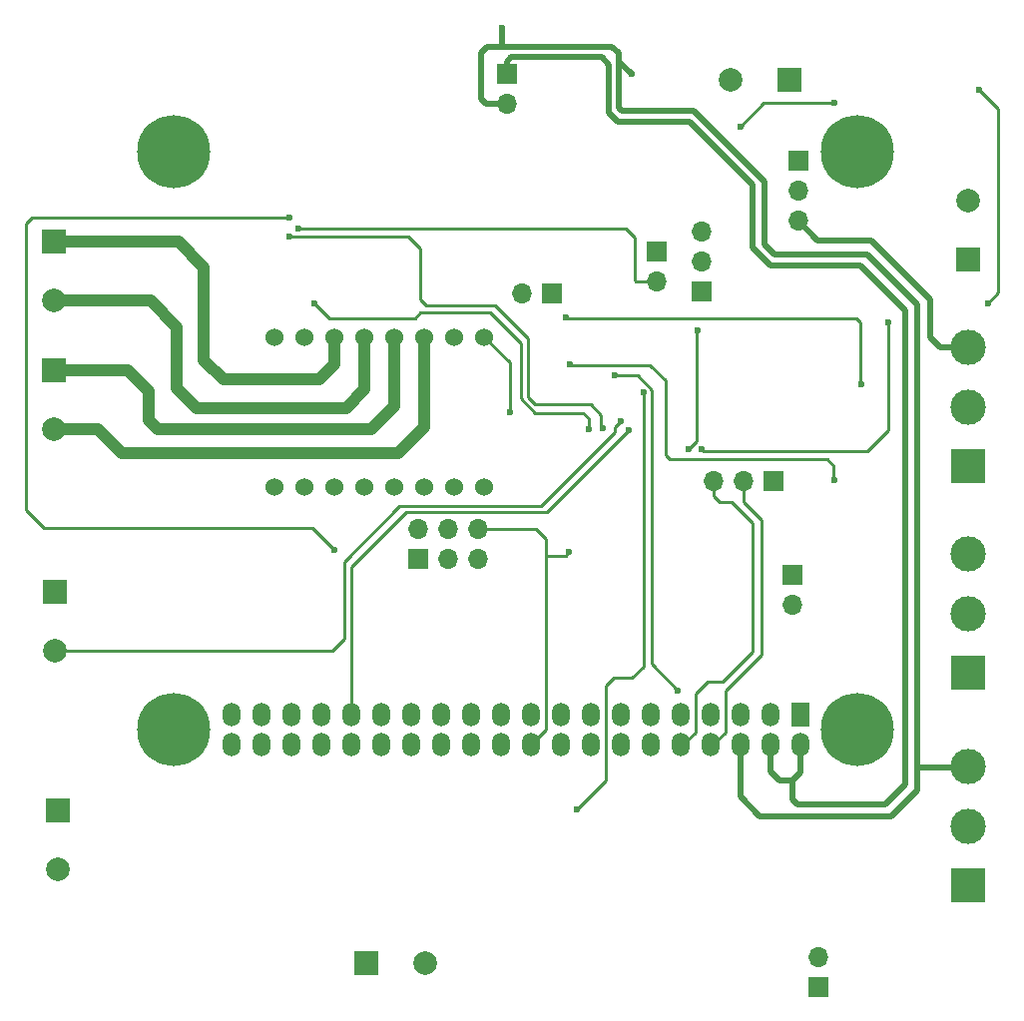
<source format=gbl>
G04 #@! TF.FileFunction,Copper,L2,Bot,Signal*
%FSLAX46Y46*%
G04 Gerber Fmt 4.6, Leading zero omitted, Abs format (unit mm)*
G04 Created by KiCad (PCBNEW 4.0.7-e2-6376~61~ubuntu18.04.1) date Wed Jan  8 20:26:52 2020*
%MOMM*%
%LPD*%
G01*
G04 APERTURE LIST*
%ADD10C,0.100000*%
%ADD11O,1.500000X2.000000*%
%ADD12R,1.500000X2.000000*%
%ADD13C,6.200000*%
%ADD14C,3.000000*%
%ADD15R,3.000000X3.000000*%
%ADD16C,2.000000*%
%ADD17R,2.000000X2.000000*%
%ADD18R,1.700000X1.700000*%
%ADD19O,1.700000X1.700000*%
%ADD20C,1.524000*%
%ADD21C,0.600000*%
%ADD22C,0.500000*%
%ADD23C,0.250000*%
%ADD24C,1.000000*%
G04 APERTURE END LIST*
D10*
D11*
X82550000Y-133900000D03*
X82550000Y-131360000D03*
X85090000Y-133900000D03*
X85090000Y-131360000D03*
X87630000Y-133900000D03*
X87630000Y-131360000D03*
X90170000Y-133900000D03*
X90170000Y-131360000D03*
X92710000Y-133900000D03*
X92710000Y-131360000D03*
X95250000Y-133900000D03*
X95250000Y-131360000D03*
X97790000Y-133900000D03*
X97790000Y-131360000D03*
X100330000Y-133900000D03*
X100330000Y-131360000D03*
X102870000Y-133900000D03*
X102870000Y-131360000D03*
X105410000Y-133900000D03*
X105410000Y-131360000D03*
X107950000Y-133900000D03*
X107950000Y-131360000D03*
X110490000Y-133900000D03*
X110490000Y-131360000D03*
X113030000Y-133900000D03*
X113030000Y-131360000D03*
X115570000Y-133900000D03*
X115570000Y-131360000D03*
X118110000Y-133900000D03*
X118110000Y-131360000D03*
X120650000Y-133900000D03*
X120650000Y-131360000D03*
X123190000Y-133900000D03*
X123190000Y-131360000D03*
X125730000Y-133900000D03*
X125730000Y-131360000D03*
X128270000Y-133900000D03*
X128270000Y-131360000D03*
X130810000Y-133900000D03*
D12*
X130810000Y-131360000D03*
D13*
X135680000Y-83630000D03*
X77680000Y-83630000D03*
X77680000Y-132630000D03*
X135680000Y-132630000D03*
D14*
X145034000Y-135796000D03*
X145034000Y-140796000D03*
D15*
X145034000Y-145796000D03*
D14*
X145034000Y-117762000D03*
X145034000Y-122762000D03*
D15*
X145034000Y-127762000D03*
D16*
X124921000Y-77470000D03*
D17*
X129921000Y-77470000D03*
D16*
X67524000Y-107173000D03*
D17*
X67524000Y-102173000D03*
D16*
X67524000Y-96251000D03*
D17*
X67524000Y-91251000D03*
D18*
X98425000Y-118110000D03*
D19*
X98425000Y-115570000D03*
X100965000Y-118110000D03*
X100965000Y-115570000D03*
X103505000Y-118110000D03*
X103505000Y-115570000D03*
D16*
X67818000Y-144446000D03*
D17*
X67818000Y-139446000D03*
D16*
X145034000Y-87710000D03*
D17*
X145034000Y-92710000D03*
D14*
X145034000Y-100236000D03*
X145034000Y-105236000D03*
D15*
X145034000Y-110236000D03*
D18*
X130643000Y-84393000D03*
D19*
X130643000Y-86933000D03*
X130643000Y-89473000D03*
D18*
X105918000Y-76962000D03*
D19*
X105918000Y-79502000D03*
D16*
X67564000Y-125904000D03*
D17*
X67564000Y-120904000D03*
D18*
X128524000Y-111506000D03*
D19*
X125984000Y-111506000D03*
X123444000Y-111506000D03*
D18*
X132334000Y-154432000D03*
D19*
X132334000Y-151892000D03*
D18*
X130135000Y-119508500D03*
D19*
X130135000Y-122048500D03*
D18*
X118618000Y-92075000D03*
D19*
X118618000Y-94615000D03*
D18*
X122478800Y-95465900D03*
D19*
X122478800Y-92925900D03*
X122478800Y-90385900D03*
D18*
X109728000Y-95631000D03*
D19*
X107188000Y-95631000D03*
D16*
X98990800Y-152465000D03*
D17*
X93990800Y-152465000D03*
D20*
X86233000Y-112014000D03*
X96393000Y-112014000D03*
X98933000Y-112014000D03*
X88773000Y-112014000D03*
X91313000Y-112014000D03*
X93853000Y-112014000D03*
X101473000Y-112014000D03*
X104013000Y-112014000D03*
X86233000Y-99314000D03*
X88773000Y-99314000D03*
X91313000Y-99314000D03*
X93853000Y-99314000D03*
X96393000Y-99314000D03*
X98933000Y-99314000D03*
X101473000Y-99314000D03*
X104013000Y-99314000D03*
D21*
X105522400Y-73090000D03*
X111212000Y-117540000D03*
X116520600Y-77027000D03*
X106167000Y-105664000D03*
X88199600Y-90082600D03*
X110958000Y-97677200D03*
X135951600Y-103366800D03*
X111288200Y-101665000D03*
X133665600Y-111444000D03*
X120446600Y-129282400D03*
X115033800Y-102583800D03*
X89598000Y-96442000D03*
X112898000Y-107142000D03*
X87503000Y-90805000D03*
X114046000Y-107061000D03*
X87463000Y-89193600D03*
X91247600Y-117362200D03*
X133698000Y-79442000D03*
X125698000Y-81442000D03*
X122098000Y-98742000D03*
X121298000Y-108842000D03*
X145991600Y-78335600D03*
X146698000Y-96442000D03*
X138298000Y-98042000D03*
X122398000Y-108842000D03*
X117485800Y-104001800D03*
X111872400Y-139358600D03*
X116216200Y-107264000D03*
X115580800Y-106465600D03*
D22*
X140716000Y-135802600D02*
X145027400Y-135802600D01*
X145027400Y-135802600D02*
X145034000Y-135796000D01*
X105522400Y-73090000D02*
X105522400Y-74676000D01*
D23*
X109243500Y-117857500D02*
X110894500Y-117857500D01*
X110894500Y-117857500D02*
X111212000Y-117540000D01*
X107950000Y-133900000D02*
X107996500Y-133900000D01*
X107996500Y-133900000D02*
X109243500Y-132653000D01*
X108353000Y-115570000D02*
X103505000Y-115570000D01*
X109243500Y-116460500D02*
X108353000Y-115570000D01*
X109243500Y-132653000D02*
X109243500Y-117857500D01*
X109243500Y-117857500D02*
X109243500Y-116460500D01*
D22*
X115443000Y-75949400D02*
X115443000Y-75311000D01*
X116520600Y-77027000D02*
X115443000Y-75949400D01*
X145034000Y-100236000D02*
X142676000Y-100236000D01*
X142676000Y-100236000D02*
X141819000Y-99379000D01*
X141819000Y-99379000D02*
X141819000Y-96127800D01*
X141819000Y-96127800D02*
X136815200Y-91124000D01*
X136815200Y-91124000D02*
X132294000Y-91124000D01*
X132294000Y-91124000D02*
X130643000Y-89473000D01*
X107950000Y-133900000D02*
X107950000Y-133890000D01*
D23*
X104013000Y-99314000D02*
X106167000Y-101468000D01*
X106167000Y-101468000D02*
X106167000Y-105664000D01*
D22*
X115443000Y-75311000D02*
X115380000Y-75247500D01*
X115380000Y-75247500D02*
X114820538Y-74688527D01*
X114820538Y-74688527D02*
X114808000Y-74676000D01*
X114808000Y-74676000D02*
X105522400Y-74676000D01*
X105522400Y-74676000D02*
X104267000Y-74676000D01*
X115443000Y-78297000D02*
X115443000Y-75311000D01*
X115697000Y-80137000D02*
X115443000Y-79883000D01*
X115443000Y-79883000D02*
X115443000Y-78297000D01*
X121793000Y-80137000D02*
X115697000Y-80137000D01*
X125730000Y-133900000D02*
X125730000Y-138303000D01*
X125730000Y-138303000D02*
X127381000Y-139954000D01*
X127381000Y-139954000D02*
X138557000Y-139954000D01*
X138557000Y-139954000D02*
X140716000Y-137795000D01*
X140716000Y-137795000D02*
X140716000Y-135802600D01*
X140716000Y-135802600D02*
X140716000Y-96520000D01*
X140716000Y-96520000D02*
X136525000Y-92329000D01*
X136525000Y-92329000D02*
X128651000Y-92329000D01*
X128651000Y-92329000D02*
X127762000Y-91440000D01*
X127762000Y-91440000D02*
X127762000Y-86106000D01*
X127762000Y-86106000D02*
X121793000Y-80137000D01*
X104140000Y-79502000D02*
X105918000Y-79502000D01*
X103759000Y-79121000D02*
X104140000Y-79502000D01*
X103759000Y-75184000D02*
X103759000Y-79121000D01*
X104267000Y-74676000D02*
X103759000Y-75184000D01*
D23*
X118618000Y-94615000D02*
X116887400Y-94615000D01*
X116012600Y-90082600D02*
X88199600Y-90082600D01*
X116800000Y-90870000D02*
X116012600Y-90082600D01*
X116800000Y-94527600D02*
X116800000Y-90870000D01*
X116887400Y-94615000D02*
X116800000Y-94527600D01*
X111008800Y-97728000D02*
X110958000Y-97677200D01*
X135570600Y-97728000D02*
X111008800Y-97728000D01*
X135926200Y-98083600D02*
X135570600Y-97728000D01*
X135926200Y-103341400D02*
X135926200Y-98083600D01*
X135951600Y-103366800D02*
X135926200Y-103341400D01*
X111313600Y-101690400D02*
X111288200Y-101665000D01*
X118070000Y-101690400D02*
X111313600Y-101690400D01*
X119365400Y-102985800D02*
X118070000Y-101690400D01*
X119365400Y-109361200D02*
X119365400Y-102985800D01*
X119721000Y-109716800D02*
X119365400Y-109361200D01*
X133081400Y-109716800D02*
X119721000Y-109716800D01*
X133640200Y-110275600D02*
X133081400Y-109716800D01*
X133640200Y-111418600D02*
X133640200Y-110275600D01*
X133665600Y-111444000D02*
X133640200Y-111418600D01*
X116999000Y-102583800D02*
X115033800Y-102583800D01*
X118229500Y-103814300D02*
X116999000Y-102583800D01*
X118229500Y-127065300D02*
X118229500Y-103814300D01*
X120446600Y-129282400D02*
X118229500Y-127065300D01*
X90898000Y-97742000D02*
X89598000Y-96442000D01*
X98098000Y-97742000D02*
X90898000Y-97742000D01*
X98598000Y-97242000D02*
X98098000Y-97742000D01*
X104498000Y-97242000D02*
X98598000Y-97242000D01*
X107098000Y-99842000D02*
X104498000Y-97242000D01*
X107098000Y-104542000D02*
X107098000Y-99842000D01*
X108298000Y-105742000D02*
X107098000Y-104542000D01*
X112398000Y-105742000D02*
X108298000Y-105742000D01*
X112898000Y-106242000D02*
X112398000Y-105742000D01*
X112898000Y-107142000D02*
X112898000Y-106242000D01*
X97536000Y-90805000D02*
X87503000Y-90805000D01*
X98552000Y-91821000D02*
X97536000Y-90805000D01*
X98552000Y-96139000D02*
X98552000Y-91821000D01*
X99060000Y-96647000D02*
X98552000Y-96139000D01*
X104902000Y-96647000D02*
X99060000Y-96647000D01*
X107696000Y-99441000D02*
X104902000Y-96647000D01*
X107696000Y-104394000D02*
X107696000Y-99441000D01*
X108331000Y-105029000D02*
X107696000Y-104394000D01*
X113030000Y-105029000D02*
X108331000Y-105029000D01*
X113919000Y-105918000D02*
X113030000Y-105029000D01*
X113919000Y-106934000D02*
X113919000Y-105918000D01*
X114046000Y-107061000D02*
X113919000Y-106934000D01*
X65619000Y-89193600D02*
X87463000Y-89193600D01*
X65111000Y-89701600D02*
X65619000Y-89193600D01*
X65111000Y-114009400D02*
X65111000Y-89701600D01*
X66660400Y-115558800D02*
X65111000Y-114009400D01*
X89444200Y-115558800D02*
X66660400Y-115558800D01*
X91247600Y-117362200D02*
X89444200Y-115558800D01*
X127698000Y-79442000D02*
X133698000Y-79442000D01*
X125698000Y-81442000D02*
X127698000Y-79442000D01*
X121998000Y-98842000D02*
X122098000Y-98742000D01*
X121998000Y-108142000D02*
X121998000Y-98842000D01*
X121298000Y-108842000D02*
X121998000Y-108142000D01*
X147598000Y-79942000D02*
X145991600Y-78335600D01*
X147598000Y-95542000D02*
X147598000Y-79942000D01*
X146698000Y-96442000D02*
X147598000Y-95542000D01*
X138298000Y-107242000D02*
X138298000Y-98042000D01*
X136498000Y-109042000D02*
X138298000Y-107242000D01*
X122598000Y-109042000D02*
X136498000Y-109042000D01*
X122398000Y-108842000D02*
X122598000Y-109042000D01*
X111872400Y-139358600D02*
X114310800Y-136920200D01*
X114310800Y-136920200D02*
X114310800Y-128919200D01*
X114310800Y-128919200D02*
X115022000Y-128208000D01*
X115022000Y-128208000D02*
X116546000Y-128208000D01*
X116546000Y-128208000D02*
X117485800Y-127268200D01*
X117485800Y-127268200D02*
X117485800Y-104001800D01*
X109291700Y-114188500D02*
X116216200Y-107264000D01*
X97339400Y-114188500D02*
X109291700Y-114188500D01*
X92710000Y-118817900D02*
X97339400Y-114188500D01*
X92710000Y-131360000D02*
X92710000Y-118817900D01*
X123444000Y-112776000D02*
X123444000Y-111506000D01*
X123952000Y-113284000D02*
X123444000Y-112776000D01*
X124968000Y-113284000D02*
X123952000Y-113284000D01*
X126746000Y-115062000D02*
X124968000Y-113284000D01*
X126746000Y-125984000D02*
X126746000Y-115062000D01*
X124206000Y-128524000D02*
X126746000Y-125984000D01*
X122936000Y-128524000D02*
X124206000Y-128524000D01*
X121920000Y-129540000D02*
X122936000Y-128524000D01*
X121920000Y-132842000D02*
X121920000Y-129540000D01*
X120862000Y-133900000D02*
X121920000Y-132842000D01*
X120650000Y-133900000D02*
X120862000Y-133900000D01*
X120650000Y-133900000D02*
X120650000Y-133858000D01*
X125984000Y-113284000D02*
X125984000Y-111506000D01*
X127508000Y-114808000D02*
X125984000Y-113284000D01*
X127508000Y-126238000D02*
X127508000Y-114808000D01*
X124460000Y-129286000D02*
X127508000Y-126238000D01*
X124460000Y-132842000D02*
X124460000Y-129286000D01*
X123402000Y-133900000D02*
X124460000Y-132842000D01*
X123190000Y-133900000D02*
X123402000Y-133900000D01*
D24*
X67524000Y-107173000D02*
X71254000Y-107173000D01*
X98933000Y-106959000D02*
X98933000Y-99314000D01*
X96734000Y-109158000D02*
X98933000Y-106959000D01*
X73239000Y-109158000D02*
X96734000Y-109158000D01*
X71254000Y-107173000D02*
X73239000Y-109158000D01*
X67524000Y-102173000D02*
X73747000Y-102173000D01*
X96393000Y-105181000D02*
X96393000Y-99314000D01*
X94448000Y-107126000D02*
X96393000Y-105181000D01*
X76287000Y-107126000D02*
X94448000Y-107126000D01*
X75525000Y-106364000D02*
X76287000Y-107126000D01*
X75525000Y-103951000D02*
X75525000Y-106364000D01*
X73747000Y-102173000D02*
X75525000Y-103951000D01*
D22*
X105918000Y-75946000D02*
X105918000Y-76962000D01*
X106286300Y-75577700D02*
X105918000Y-75946000D01*
X113931700Y-75577700D02*
X106286300Y-75577700D01*
X114554000Y-76200000D02*
X113931700Y-75577700D01*
X114554000Y-80264000D02*
X114554000Y-76200000D01*
X115316000Y-81026000D02*
X114554000Y-80264000D01*
X121412000Y-81026000D02*
X115316000Y-81026000D01*
X126746000Y-86360000D02*
X121412000Y-81026000D01*
X126746000Y-91694000D02*
X126746000Y-86360000D01*
X128270000Y-93218000D02*
X126746000Y-91694000D01*
X135890000Y-93218000D02*
X128270000Y-93218000D01*
X139700000Y-97028000D02*
X135890000Y-93218000D01*
X139700000Y-137287000D02*
X139700000Y-97028000D01*
X138049000Y-138938000D02*
X139700000Y-137287000D01*
X130556000Y-138938000D02*
X138049000Y-138938000D01*
X130175000Y-138557000D02*
X130556000Y-138938000D01*
X130175000Y-136906000D02*
X130175000Y-138557000D01*
X130238000Y-136842000D02*
X130175000Y-136906000D01*
X130810000Y-136271000D02*
X130238000Y-136842000D01*
X130810000Y-133900000D02*
X130810000Y-136271000D01*
X128270000Y-136144000D02*
X128270000Y-133900000D01*
X129032000Y-136906000D02*
X128270000Y-136144000D01*
X130175000Y-136906000D02*
X129032000Y-136906000D01*
D23*
X91113200Y-125904000D02*
X67564000Y-125904000D01*
X92085800Y-124931400D02*
X91113200Y-125904000D01*
X92085800Y-118378200D02*
X92085800Y-124931400D01*
X96784800Y-113679200D02*
X92085800Y-118378200D01*
X108824400Y-113679200D02*
X96784800Y-113679200D01*
X115072800Y-107430800D02*
X108824400Y-113679200D01*
X115072800Y-106973600D02*
X115072800Y-107430800D01*
X115580800Y-106465600D02*
X115072800Y-106973600D01*
D24*
X67524000Y-96251000D02*
X75699000Y-96251000D01*
X93853000Y-103784000D02*
X93853000Y-99314000D01*
X92289000Y-105348000D02*
X93853000Y-103784000D01*
X79589000Y-105348000D02*
X92289000Y-105348000D01*
X77938000Y-103697000D02*
X79589000Y-105348000D01*
X77938000Y-98490000D02*
X77938000Y-103697000D01*
X75699000Y-96251000D02*
X77938000Y-98490000D01*
X67524000Y-91251000D02*
X78065000Y-91251000D01*
X91313000Y-101625000D02*
X91313000Y-99314000D01*
X90003000Y-102935000D02*
X91313000Y-101625000D01*
X81875000Y-102935000D02*
X90003000Y-102935000D01*
X80224000Y-101284000D02*
X81875000Y-102935000D01*
X80224000Y-93410000D02*
X80224000Y-101284000D01*
X78065000Y-91251000D02*
X80224000Y-93410000D01*
X91313000Y-99314000D02*
X91313000Y-99695000D01*
M02*

</source>
